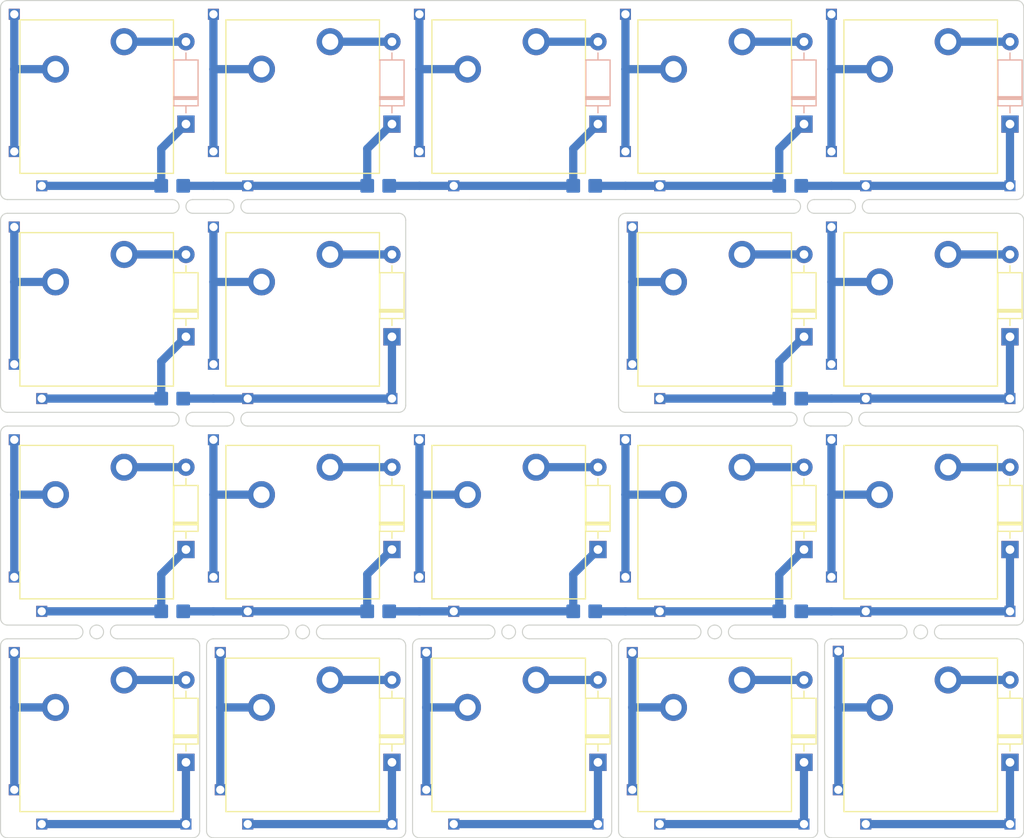
<source format=kicad_pcb>
(kicad_pcb (version 20221018) (generator pcbnew)
  (layers (0 "F.Cu" signal) (31 "B.Cu" signal) (34 "B.Paste" user) (35 "F.Paste" user) (36 "B.SilkS" user "B.Silkscreen") (37 "F.SilkS" user "F.Silkscreen") (38 "B.Mask" user) (39 "F.Mask" user) (44 "Edge.Cuts" user))
  (net 0 "")
  (net 1 "Net-(D1-K)")
  (net 2 "Net-(D1-A)")
  (net 3 "Net-(D2-K)")
  (net 4 "Net-(D2-A)")
  (net 5 "Net-(D3-K)")
  (net 6 "Net-(D3-A)")
  (net 7 "Net-(D4-K)")
  (net 8 "Net-(D4-A)")
  (net 9 "Net-(D5-K)")
  (net 10 "Net-(D5-A)")
  (net 11 "Net-(J1-Pin_1)")
  (net 12 "Net-(J4-Pin_1)")
  (net 13 "Net-(J7-Pin_1)")
  (net 14 "Net-(J10-Pin_1)")
  (net 15 "Net-(J13-Pin_1)")
  (net 16 "Net-(D6-K)")
  (net 17 "Net-(D6-A)")
  (net 18 "Net-(D7-K)")
  (net 19 "Net-(D7-A)")
  (net 20 "Net-(D8-K)")
  (net 21 "Net-(D8-A)")
  (net 22 "Net-(D9-K)")
  (net 23 "Net-(D9-A)")
  (net 24 "Net-(D11-K)")
  (net 25 "Net-(D11-A)")
  (net 26 "Net-(D12-K)")
  (net 27 "Net-(D12-A)")
  (net 28 "Net-(D13-K)")
  (net 29 "Net-(D13-A)")
  (net 30 "Net-(D14-K)")
  (net 31 "Net-(D14-A)")
  (net 32 "Net-(D15-K)")
  (net 33 "Net-(D15-A)")
  (net 34 "Net-(D16-K)")
  (net 35 "Net-(D16-A)")
  (net 36 "Net-(D17-K)")
  (net 37 "Net-(D17-A)")
  (net 38 "Net-(D18-K)")
  (net 39 "Net-(D18-A)")
  (net 40 "Net-(D19-K)")
  (net 41 "Net-(D19-A)")
  (net 42 "Net-(D20-K)")
  (net 43 "Net-(D20-A)")
  (net 44 "Net-(J17-Pin_1)")
  (net 45 "Net-(J20-Pin_1)")
  (net 46 "Net-(J24-Pin_1)")
  (net 47 "Net-(J27-Pin_1)")
  (net 48 "Net-(J35-Pin_1)")
  (net 49 "Net-(J38-Pin_1)")
  (net 50 "Net-(J41-Pin_1)")
  (net 51 "Net-(J44-Pin_1)")
  (net 52 "Net-(J47-Pin_1)")
  (net 53 "Net-(J51-Pin_1)")
  (net 54 "Net-(J55-Pin_1)")
  (net 55 "Net-(J59-Pin_1)")
  (net 56 "Net-(J63-Pin_1)")
  (net 57 "Net-(J67-Pin_1)")
  (footprint "mod5footprint-lib:conn1x1" (layer "F.Cu") (at 128.905 130.81)
    (fp_text reference "J58" hide)
    (fp_text value "Conn_01x01_Pin" hide)
  )
  (footprint "mx:SW_Cherry_MX_PCB" (layer "F.Cu") (at 177.8 83.185)
    (fp_text reference "SW9" hide)
    (fp_text value "SW_SPST" hide)
  )
  (footprint "mx:SW_Cherry_MX_PCB" (layer "F.Cu") (at 158.75 122.555)
    (fp_text reference "SW19" hide)
    (fp_text value "SW_SPST" hide)
  )
  (footprint "mod5footprint-lib:conn1x1" (layer "F.Cu") (at 147.955 130.81)
    (fp_text reference "J62" hide)
    (fp_text value "Conn_01x01_Pin" hide)
  )
  (footprint "Diode_THT:D_DO-35_SOD27_P7.62mm_Horizontal" (layer "F.Cu") (at 128.905 105.41 90)
    (fp_text reference "D12" hide)
    (fp_text value "1N4148" hide)
  )
  (footprint "mod5footprint-lib:conn1x1" (layer "F.Cu") (at 93.98 68.58)
    (fp_text reference "J2" hide)
    (fp_text value "Conn_01x01_Pin" hide)
  )
  (footprint "mod5footprint-lib:conn1x1" (layer "F.Cu") (at 131.445 68.58)
    (fp_text reference "J8" hide)
    (fp_text value "Conn_01x01_Pin" hide)
  )
  (footprint "mod5footprint-lib:conn1x1" (layer "F.Cu") (at 112.395 55.88)
    (fp_text reference "J4" hide)
    (fp_text value "Conn_01x01_Pin" hide)
  )
  (footprint "mod5footprint-lib:conn1x1" (layer "F.Cu") (at 169.545 88.265)
    (fp_text reference "J28" hide)
    (fp_text value "Conn_01x01_Pin" hide)
  )
  (footprint "Diode_THT:D_DO-35_SOD27_P7.62mm_Horizontal" (layer "F.Cu") (at 109.855 125.095 90)
    (fp_text reference "D16" hide)
    (fp_text value "1N4148" hide)
  )
  (footprint "mod5footprint-lib:conn1x1" (layer "F.Cu") (at 112.395 95.25)
    (fp_text reference "J38" hide)
    (fp_text value "Conn_01x01_Pin" hide)
  )
  (footprint "mod5footprint-lib:pad-footprint" (layer "F.Cu") (at 127.635 71.755)
    (fp_text reference "P2" hide)
    (fp_text value "~" hide)
  )
  (footprint "mod5footprint-lib:pad-footprint" (layer "F.Cu") (at 165.735 71.755)
    (fp_text reference "P4" hide)
    (fp_text value "~" hide)
  )
  (footprint "mod5footprint-lib:conn1x1" (layer "F.Cu") (at 169.545 55.88)
    (fp_text reference "J13" hide)
    (fp_text value "Conn_01x01_Pin" hide)
  )
  (footprint "Diode_THT:D_DO-35_SOD27_P7.62mm_Horizontal" (layer "F.Cu") (at 109.855 85.725 90)
    (fp_text reference "D6" hide)
    (fp_text value "1N4148" hide)
  )
  (footprint "mod5footprint-lib:pad-footprint" (layer "F.Cu") (at 165.735 111.125)
    (fp_text reference "P10" hide)
    (fp_text value "~" hide)
  )
  (footprint "Diode_THT:D_DO-35_SOD27_P7.62mm_Horizontal" (layer "F.Cu") (at 128.905 85.725 90)
    (fp_text reference "D7" hide)
    (fp_text value "1N4148" hide)
  )
  (footprint "mod5footprint-lib:conn1x1" (layer "F.Cu") (at 96.52 71.755)
    (fp_text reference "J3" hide)
    (fp_text value "Conn_01x01_Pin" hide)
  )
  (footprint "Diode_THT:D_DO-35_SOD27_P7.62mm_Horizontal" (layer "F.Cu") (at 109.855 105.41 90)
    (fp_text reference "D11" hide)
    (fp_text value "1N4148" hide)
  )
  (footprint "mod5footprint-lib:conn1x1" (layer "F.Cu") (at 109.855 130.81)
    (fp_text reference "J54" hide)
    (fp_text value "Conn_01x01_Pin" hide)
  )
  (footprint "mx:SW_Cherry_MX_PCB" (layer "F.Cu") (at 139.7 102.87)
    (fp_text reference "SW13" hide)
    (fp_text value "SW_SPST" hide)
  )
  (footprint "mod5footprint-lib:pad-footprint" (layer "F.Cu") (at 108.585 71.755)
    (fp_text reference "P1" hide)
    (fp_text value "~" hide)
  )
  (footprint "Diode_THT:D_DO-35_SOD27_P7.62mm_Horizontal" (layer "F.Cu") (at 186.055 125.095 90)
    (fp_text reference "D20" hide)
    (fp_text value "1N4148" hide)
  )
  (footprint "mod5footprint-lib:conn1x1" (layer "F.Cu") (at 151.13 88.265)
    (fp_text reference "J25" hide)
    (fp_text value "Conn_01x01_Pin" hide)
  )
  (footprint "mod5footprint-lib:conn1x1" (layer "F.Cu") (at 151.13 114.935)
    (fp_text reference "J63" hide)
    (fp_text value "Conn_01x01_Pin" hide)
  )
  (footprint "mod5footprint-lib:pad-footprint" (layer "F.Cu") (at 127.635 111.125)
    (fp_text reference "P8" hide)
    (fp_text value "~" hide)
  )
  (footprint "mod5footprint-lib:pad-footprint" (layer "F.Cu") (at 146.685 71.755)
    (fp_text reference "P3" hide)
    (fp_text value "~" hide)
  )
  (footprint "mod5footprint-lib:pad-footprint" (layer "F.Cu") (at 108.585 111.125)
    (fp_text reference "P7" hide)
    (fp_text value "~" hide)
  )
  (footprint "mod5footprint-lib:conn1x1" (layer "F.Cu") (at 172.72 130.81)
    (fp_text reference "J69" hide)
    (fp_text value "Conn_01x01_Pin" hide)
  )
  (footprint "mod5footprint-lib:conn1x1" (layer "F.Cu") (at 153.67 111.125)
    (fp_text reference "J46" hide)
    (fp_text value "Conn_01x01_Pin" hide)
  )
  (footprint "mod5footprint-lib:conn1x1" (layer "F.Cu") (at 96.52 91.44)
    (fp_text reference "J19" hide)
    (fp_text value "Conn_01x01_Pin" hide)
  )
  (footprint "Diode_THT:D_DO-35_SOD27_P7.62mm_Horizontal" (layer "F.Cu") (at 128.905 125.095 90)
    (fp_text reference "D17" hide)
    (fp_text value "1N4148" hide)
  )
  (footprint "mod5footprint-lib:conn1x1" (layer "F.Cu") (at 132.08 114.935)
    (fp_text reference "J59" hide)
    (fp_text value "Conn_01x01_Pin" hide)
  )
  (footprint "mx:SW_Cherry_MX_PCB" (layer "F.Cu") (at 120.65 102.87)
    (fp_text reference "SW12" hide)
    (fp_text value "SW_SPST" hide)
  )
  (footprint "mod5footprint-lib:conn1x1" (layer "F.Cu") (at 115.57 91.44)
    (fp_text reference "J23" hide)
    (fp_text value "Conn_01x01_Pin" hide)
  )
  (footprint "Diode_THT:D_DO-35_SOD27_P7.62mm_Horizontal" (layer "F.Cu") (at 186.055 85.725 90)
    (fp_text reference "D9" hide)
    (fp_text value "1N4148" hide)
  )
  (footprint "mod5footprint-lib:conn1x1" (layer "F.Cu") (at 93.98 75.565)
    (fp_text reference "J17" hide)
    (fp_text value "Conn_01x01_Pin" hide)
  )
  (footprint "mod5footprint-lib:conn1x1" (layer "F.Cu") (at 131.445 107.95)
    (fp_text reference "J42" hide)
    (fp_text value "Conn_01x01_Pin" hide)
  )
  (footprint "mod5footprint-lib:conn1x1" (layer "F.Cu") (at 169.545 107.95)
    (fp_text reference "J48" hide)
    (fp_text value "Conn_01x01_Pin" hide)
  )
  (footprint "Diode_THT:D_DO-35_SOD27_P7.62mm_Horizontal" (layer "F.Cu") (at 167.005 125.095 90)
    (fp_text reference "D19" hide)
    (fp_text value "1N4148" hide)
  )
  (footprint "mod5footprint-lib:conn1x1" (layer "F.Cu") (at 170.18 114.824)
    (fp_text reference "J67" hide)
    (fp_text value "Conn_01x01_Pin" hide)
  )
  (footprint "mod5footprint-lib:conn1x1" (layer "F.Cu") (at 150.495 95.25)
    (fp_text reference "J44" hide)
    (fp_text value "Conn_01x01_Pin" hide)
  )
  (footprint "mx:SW_Cherry_MX_PCB" (layer "F.Cu") (at 139.7 63.5)
    (fp_text reference "SW3" hide)
    (fp_text value "SW_SPST" hide)
  )
  (footprint "mod5footprint-lib:conn1x1" (layer "F.Cu") (at 93.98 114.935)
    (fp_text reference "J51" hide)
    (fp_text value "Conn_01x01_Pin" hide)
  )
  (footprint "Diode_THT:D_DO-35_SOD27_P7.62mm_Horizontal" (layer "F.Cu") (at 167.005 85.725 90)
    (fp_text reference "D8" hide)
    (fp_text value "1N4148" hide)
  )
  (footprint "mod5footprint-lib:conn1x1" (layer "F.Cu") (at 131.445 55.88)
    (fp_text reference "J7" hide)
    (fp_text value "Conn_01x01_Pin" hide)
  )
  (footprint "Diode_THT:D_DO-35_SOD27_P7.62mm_Horizontal" (layer "F.Cu") (at 147.955 125.095 90)
    (fp_text reference "D18" hide)
    (fp_text value "1N4148" hide)
  )
  (footprint "mx:SW_Cherry_MX_PCB" (layer "F.Cu") (at 120.65 83.185)
    (fp_text reference "SW7" hide)
    (fp_text value "SW_SPST" hide)
  )
  (footprint "mod5footprint-lib:conn1x1" (layer "F.Cu") (at 153.67 91.44)
    (fp_text reference "J26" hide)
    (fp_text value "Conn_01x01_Pin" hide)
  )
  (footprint "mod5footprint-lib:conn1x1" (layer "F.Cu") (at 167.005 130.81)
    (fp_text reference "J66" hide)
    (fp_text value "Conn_01x01_Pin" hide)
  )
  (footprint "mx:SW_Cherry_MX_PCB" (layer "F.Cu") (at 158.75 63.5)
    (fp_text reference "SW4" hide)
    (fp_text value "SW_SPST" hide)
  )
  (footprint "mod5footprint-lib:conn1x1" (layer "F.Cu") (at 93.98 95.25)
    (fp_text reference "J36" hide)
    (fp_text value "Conn_01x01_Pin" hide)
  )
  (footprint "mod5footprint-lib:conn1x1" (layer "F.Cu") (at 115.57 130.81)
    (fp_text reference "J57" hide)
    (fp_text value "Conn_01x01_Pin" hide)
  )
  (footprint "mod5footprint-lib:conn1x1" (layer "F.Cu") (at 150.495 55.88)
    (fp_text reference "J10" hide)
    (fp_text value "Conn_01x01_Pin" hide)
  )
  (footprint "mod5footprint-lib:conn1x1" (layer "F.Cu") (at 151.13 75.565)
    (fp_text reference "J24" hide)
    (fp_text value "Conn_01x01_Pin" hide)
  )
  (footprint "mod5footprint-lib:conn1x1" (layer "F.Cu") (at 153.67 130.81)
    (fp_text reference "J65" hide)
    (fp_text value "Conn_01x01_Pin" hide)
  )
  (footprint "mod5footprint-lib:conn1x1" (layer "F.Cu") (at 169.545 75.565)
    (fp_text reference "J27" hide)
    (fp_text value "Conn_01x01_Pin" hide)
  )
  (footprint "mod5footprint-lib:conn1x1" (layer "F.Cu") (at 170.18 127.635)
    (fp_text reference "J68" hide)
    (fp_text value "Conn_01x01_Pin" hide)
  )
  (footprint "mod5footprint-lib:conn1x1" (layer "F.Cu") (at 112.395 88.265)
    (fp_text reference "J20" hide)
    (fp_text value "Conn_01x01_Pin" hide)
  )
  (footprint "mod5footprint-lib:conn1x1" (layer "F.Cu") (at 96.52 111.125)
    (fp_text reference "J37" hide)
    (fp_text value "Conn_01x01_Pin" hide)
  )
  (footprint "mod5footprint-lib:conn1x1" (layer "F.Cu") (at 96.52 130.81)
    (fp_text reference "J53" hide)
    (fp_text value "Conn_01x01_Pin" hide)
  )
  (footprint "mx:SW_Cherry_MX_PCB" (layer "F.Cu") (at 101.6 122.555)
    (fp_text reference "SW16" hide)
    (fp_text value "SW_SPST" hide)
  )
  (footprint "mod5footprint-lib:conn1x1" (layer "F.Cu") (at 172.72 71.755)
    (fp_text reference "J15" hide)
    (fp_text value "Conn_01x01_Pin" hide)
  )
  (footprint "mod5footprint-lib:conn1x1" (layer "F.Cu") (at 93.98 107.95)
    (fp_text reference "J35" hide)
    (fp_text value "Conn_01x01_Pin" hide)
  )
  (footprint "Diode_THT:D_DO-35_SOD27_P7.62mm_Horizontal" (layer "F.Cu") (at 167.005 105.41 90)
    (fp_text reference "D14" hide)
    (fp_text value "1N4148" hide)
  )
  (footprint "mod5footprint-lib:conn1x1" (layer "F.Cu") (at 93.98 88.265)
    (fp_text reference "J18" hide)
    (fp_text value "Conn_01x01_Pin" hide)
  )
  (footprint "mod5footprint-lib:conn1x1" (layer "F.Cu") (at 132.08 127.635)
    (fp_text reference "J60" hide)
    (fp_text value "Conn_01x01_Pin" hide)
  )
  (footprint "mod5footprint-lib:conn1x1" (layer "F.Cu") (at 169.545 68.58)
    (fp_text reference "J14" hide)
    (fp_text value "Conn_01x01_Pin" hide)
  )
  (footprint "mod5footprint-lib:conn1x1" (layer "F.Cu") (at 113.03 114.935)
    (fp_text reference "J55" hide)
    (fp_text value "Conn_01x01_Pin" hide)
  )
  (footprint "mod5footprint-lib:pad-footprint" (layer "F.Cu") (at 108.585 91.44)
    (fp_text reference "P5" hide)
    (fp_text value "~" hide)
  )
  (footprint "mod5footprint-lib:conn1x1" (layer "F.Cu") (at 172.72 111.125)
    (fp_text reference "J49" hide)
    (fp_text value "Conn_01x01_Pin" hide)
  )
  (footprint "mod5footprint-lib:conn1x1" (layer "F.Cu") (at 186.055 111.125)
    (fp_text reference "J50" hide)
    (fp_text value "Conn_01x01_Pin" hide)
  )
  (footprint "mod5footprint-lib:conn1x1" (layer "F.Cu") (at 150.495 107.95)
    (fp_text reference "J45" hide)
    (fp_text value "Conn_01x01_Pin" hide)
  )
  (footprint "mod5footprint-lib:conn1x1" (layer "F.Cu") (at 131.445 95.25)
    (fp_text reference "J41" hide)
    (fp_text value "Conn_01x01_Pin" hide)
  )
  (footprint "Diode_THT:D_DO-35_SOD27_P7.62mm_Horizontal" (layer "F.Cu") (at 186.055 105.41 90)
    (fp_text reference "D15" hide)
    (fp_text value "1N4148" hide)
  )
  (footprint "mod5footprint-lib:conn1x1" (layer "F.Cu") (at 150.495 68.58)
    (fp_text reference "J11" hide)
    (fp_text value "Conn_01x01_Pin" hide)
  )
  (footprint "mx:SW_Cherry_MX_PCB" (layer "F.Cu") (at 158.75 83.185)
    (fp_text reference "SW8" hide)
    (fp_text value "SW_SPST" hide)
  )
  (footprint "Diode_THT:D_DO-35_SOD27_P7.62mm_Horizontal" (layer "F.Cu") (at 147.955 105.41 90)
    (fp_text reference "D13" hide)
    (fp_text value "1N4148" hide)
  )
  (footprint "mod5footprint-lib:conn1x1" (layer "F.Cu") (at 151.13 127.635)
    (fp_text reference "J64" hide)
    (fp_text value "Conn_01x01_Pin" hide)
  )
  (footprint "mx:SW_Cherry_MX_PCB" (layer "F.Cu") (at 177.8 102.87)
    (fp_text reference "SW15" hide)
    (fp_text value "SW_SPST" hide)
  )
  (footprint "mod5footprint-lib:conn1x1" (layer "F.Cu") (at 169.545 95.25)
    (fp_text reference "J47" hide)
    (fp_text value "Conn_01x01_Pin" hide)
  )
  (footprint "mod5footprint-lib:conn1x1" (layer "F.Cu") (at 186.055 71.755)
    (fp_text reference "J16" hide)
    (fp_text value "Conn_01x01_Pin" hide)
  )
  (footprint "mod5footprint-lib:conn1x1" (layer "F.Cu") (at 112.395 75.565)
    (fp_text reference "J21" hide)
    (fp_text value "Conn_01x01_Pin" hide)
  )
  (footprint "mx:SW_Cherry_MX_PCB" (layer "F.Cu") (at 101.6 83.185)
    (fp_text reference "SW6" hide)
    (fp_text value "SW_SPST" hide)
  )
  (footprint "mx:SW_Cherry_MX_PCB" (layer "F.Cu") (at 120.65 122.555)
    (fp_text reference "SW17" hide)
    (fp_text value "SW_SPST" hide)
  )
  (footprint "mod5footprint-lib:conn1x1" (layer "F.Cu") (at 115.57 71.755)
    (fp_text reference "J6" hide)
    (fp_text value "Conn_01x01_Pin" hide)
  )
  (footprint "mx:SW_Cherry_MX_PCB" (layer "F.Cu") (at 177.8 122.555)
    (fp_text reference "SW20" hide)
    (fp_text value "SW_SPST" hide)
  )
  (footprint "mx:SW_Cherry_MX_PCB" (layer "F.Cu") (at 177.8 63.5)
    (fp_text reference "SW5" hide)
    (fp_text value "SW_SPST" hide)
  )
  (footprint "mx:SW_Cherry_MX_PCB" (layer "F.Cu") (at 139.7 122.555)
    (fp_text reference "SW18" hide)
    (fp_text value "SW_SPST" hide)
  )
  (footprint "mx:SW_Cherry_MX_PCB" (layer "F.Cu") (at 101.6 102.87)
    (fp_text reference "SW11" hide)
    (fp_text value "SW_SPST" hide)
  )
  (footprint "mod5footprint-lib:conn1x1" (layer "F.Cu") (at 113.03 127.635)
    (fp_text reference "J56" hide)
    (fp_text value "Conn_01x01_Pin" hide)
  )
  (footprint "mod5footprint-lib:conn1x1" (layer "F.Cu") (at 186.055 91.44)
    (fp_text reference "J30" hide)
    (fp_text value "Conn_01x01_Pin" hide)
  )
  (footprint "mod5footprint-lib:conn1x1" (layer "F.Cu") (at 134.62 71.755)
    (fp_text reference "J9" hide)
    (fp_text value "Conn_01x01_Pin" hide)
  )
  (footprint "mod5footprint-lib:conn1x1" (layer "F.Cu") (at 134.62 130.81)
    (fp_text reference "J61" hide)
    (fp_text value "Conn_01x01_Pin" hide)
  )
  (footprint "mx:SW_Cherry_MX_PCB" (layer "F.Cu") (at 158.75 102.87)
    (fp_text reference "SW14" hide)
    (fp_text value "SW_SPST" hide)
  )
  (footprint "mx:SW_Cherry_MX_PCB" (layer "F.Cu") (at 101.6 63.5)
    (fp_text reference "SW1" hide)
    (fp_text value "SW_SPST" hide)
  )
  (footprint "mod5footprint-lib:conn1x1" (layer "F.Cu") (at 172.72 91.44)
    (fp_text reference "J29" hide)
    (fp_text value "Conn_01x01_Pin" hide)
  )
  (footprint "mod5footprint-lib:conn1x1" (layer "F.Cu") (at 115.57 111.125)
    (fp_text reference "J40" hide)
    (fp_text value "Conn_01x01_Pin" hide)
  )
  (footprint "mod5footprint-lib:conn1x1" (layer "F.Cu") (at 186.055 130.81)
    (fp_text reference "J70" hide)
    (fp_text value "Conn_01x01_Pin" hide)
  )
  (footprint "mod5footprint-lib:pad-footprint" (layer "F.Cu") (at 165.735 91.44)
    (fp_text reference "P6" hide)
    (fp_text value "~" hide)
  )
  (footprint "mod5footprint-lib:conn1x1" (layer "F.Cu") (at 128.905 91.44)
    (fp_text reference "J22" hide)
    (fp_text value "Conn_01x01_Pin" hide)
  )
  (footprint "mod5footprint-lib:conn1x1" (layer "F.Cu") (at 93.98 55.88)
    (fp_text reference "J1" hide)
    (fp_text value "Conn_01x01_Pin" hide)
  )
  (footprint "mod5footprint-lib:conn1x1" (layer "F.Cu") (at 134.62 111.125)
    (fp_text reference "J43" hide)
    (fp_text value "Conn_01x01_Pin" hide)
  )
  (footprint "mod5footprint-lib:conn1x1" (layer "F.Cu") (at 112.395 68.58)
    (fp_text reference "J5" hide)
    (fp_text value "Conn_01x01_Pin" hide)
  )
  (footprint "mod5footprint-lib:conn1x1" (layer "F.Cu") (at 112.395 107.95)
    (fp_text reference "J39" hide)
    (fp_text value "Conn_01x01_Pin" hide)
  )
  (footprint "mod5footprint-lib:pad-footprint" (layer "F.Cu") (at 146.685 111.125)
    (fp_text reference "P9" hide)
    (fp_text value "~" hide)
  )
  (footprint "mod5footprint-lib:conn1x1" (layer "F.Cu") (at 153.67 71.755)
    (fp_text reference "J12" hide)
    (fp_text value "Conn_01x01_Pin" hide)
  )
  (footprint "mx:SW_Cherry_MX_PCB" (layer "F.Cu") (at 120.65 63.5)
    (fp_text reference "SW2" hide)
    (fp_text value "SW_SPST" hide)
  )
  (footprint "mod5footprint-lib:conn1x1" (layer "F.Cu") (at 93.98 127.635)
    (fp_text reference "J52" hide)
    (fp_text value "Conn_01x01_Pin" hide)
  )
  (footprint "Diode_THT:D_DO-35_SOD27_P7.62mm_Horizontal" (layer "B.Cu") (at 167.005 66.04 90)
    (fp_text reference "D4" hide)
    (fp_text value "1N4148" hide)
  )
  (footprint "Diode_THT:D_DO-35_SOD27_P7.62mm_Horizontal" (layer "B.Cu") (at 147.955 66.04 90)
    (fp_text reference "D3" hide)
    (fp_text value "1N4148" hide)
  )
  (footprint "Diode_THT:D_DO-35_SOD27_P7.62mm_Horizontal" (layer "B.Cu") (at 186.055 66.04 90)
    (fp_text reference "D5" hide)
    (fp_text value "1N4148" hide)
  )
  (footprint "Diode_THT:D_DO-35_SOD27_P7.62mm_Horizontal" (layer "B.Cu") (at 109.855 66.04 90)
    (fp_text reference "D1" hide)
    (fp_text value "1N4148" hide)
  )
  (footprint "Diode_THT:D_DO-35_SOD27_P7.62mm_Horizontal" (layer "B.Cu") (at 128.905 66.04 90)
    (fp_text reference "D2" hide)
    (fp_text value "1N4148" hide)
  )
  (gr_arc (start 113.665 92.71) (mid 114.3 93.345) (end 113.665 93.98) (stroke (width 0.1)) (layer "Edge.Cuts"))
  (gr_arc (start 129.54 113.665) (mid 129.989013 113.850987) (end 130.175 114.3) (stroke (width 0.1)) (layer "Edge.Cuts"))
  (gr_line (start 122.555 112.395) (end 137.795 112.395) (stroke (width 0.1)) (layer "Edge.Cuts"))
  (gr_arc (start 99.695 112.395) (mid 100.33 113.03) (end 99.695 113.665) (stroke (width 0.1)) (layer "Edge.Cuts"))
  (gr_line (start 110.49 73.025) (end 113.665 73.025) (stroke (width 0.1)) (layer "Edge.Cuts"))
  (gr_line (start 131.445 132.08) (end 148.59 132.08) (stroke (width 0.1)) (layer "Edge.Cuts"))
  (gr_arc (start 130.175 131.445) (mid 129.989013 131.894013) (end 129.54 132.08) (stroke (width 0.1)) (layer "Edge.Cuts"))
  (gr_line (start 103.505 113.665) (end 110.49 113.665) (stroke (width 0.1)) (layer "Edge.Cuts"))
  (gr_line (start 179.705 112.395) (end 186.69 112.395) (stroke (width 0.1)) (layer "Edge.Cuts"))
  (gr_line (start 93.345 132.08) (end 110.49 132.08) (stroke (width 0.1)) (layer "Edge.Cuts"))
  (gr_line (start 160.655 113.665) (end 167.64 113.665) (stroke (width 0.1)) (layer "Edge.Cuts"))
  (gr_arc (start 113.665 73.025) (mid 114.3 73.66) (end 113.665 74.295) (stroke (width 0.1)) (layer "Edge.Cuts"))
  (gr_arc (start 120.65 112.395) (mid 121.285 113.03) (end 120.65 113.665) (stroke (width 0.1)) (layer "Edge.Cuts"))
  (gr_arc (start 170.815 92.71) (mid 171.45 93.345) (end 170.815 93.98) (stroke (width 0.1)) (layer "Edge.Cuts"))
  (gr_line (start 169.545 113.665) (end 175.895 113.665) (stroke (width 0.1)) (layer "Edge.Cuts"))
  (gr_line (start 103.505 112.395) (end 118.745 112.395) (stroke (width 0.1)) (layer "Edge.Cuts"))
  (gr_line (start 131.445 113.665) (end 137.795 113.665) (stroke (width 0.1)) (layer "Edge.Cuts"))
  (gr_arc (start 186.69 113.665) (mid 187.139013 113.850987) (end 187.325 114.3) (stroke (width 0.1)) (layer "Edge.Cuts"))
  (gr_arc (start 169.545 132.08) (mid 169.095987 131.894013) (end 168.91 131.445) (stroke (width 0.1)) (layer "Edge.Cuts"))
  (gr_arc (start 130.175 92.075) (mid 129.989013 92.524013) (end 129.54 92.71) (stroke (width 0.1)) (layer "Edge.Cuts"))
  (gr_arc (start 111.76 114.3) (mid 111.945987 113.850987) (end 112.395 113.665) (stroke (width 0.1)) (layer "Edge.Cuts"))
  (gr_arc (start 150.495 92.71) (mid 150.045987 92.524013) (end 149.86 92.075) (stroke (width 0.1)) (layer "Edge.Cuts"))
  (gr_arc (start 120.65 113.665) (mid 120.015 113.03) (end 120.65 112.395) (stroke (width 0.1)) (layer "Edge.Cuts"))
  (gr_arc (start 129.54 74.295) (mid 129.989013 74.480987) (end 130.175 74.93) (stroke (width 0.1)) (layer "Edge.Cuts"))
  (gr_arc (start 92.71 94.615) (mid 92.895987 94.165987) (end 93.345 93.98) (stroke (width 0.1)) (layer "Edge.Cuts"))
  (gr_line (start 112.395 113.665) (end 118.745 113.665) (stroke (width 0.1)) (layer "Edge.Cuts"))
  (gr_arc (start 168.275 131.445) (mid 168.089013 131.894013) (end 167.64 132.08) (stroke (width 0.1)) (layer "Edge.Cuts"))
  (gr_arc (start 187.325 72.39) (mid 187.139013 72.839013) (end 186.69 73.025) (stroke (width 0.1)) (layer "Edge.Cuts"))
  (gr_line (start 173.0375 74.295) (end 186.69 74.295) (stroke (width 0.1)) (layer "Edge.Cuts"))
  (gr_arc (start 101.6 113.665) (mid 100.965 113.03) (end 101.6 112.395) (stroke (width 0.1)) (layer "Edge.Cuts"))
  (gr_arc (start 177.8 112.395) (mid 178.435 113.03) (end 177.8 113.665) (stroke (width 0.1)) (layer "Edge.Cuts"))
  (gr_arc (start 93.345 73.025) (mid 92.895987 72.839013) (end 92.71 72.39) (stroke (width 0.1)) (layer "Edge.Cuts"))
  (gr_arc (start 108.585 92.71) (mid 109.22 93.345) (end 108.585 93.98) (stroke (width 0.1)) (layer "Edge.Cuts"))
  (gr_arc (start 139.7 113.665) (mid 139.065 113.03) (end 139.7 112.395) (stroke (width 0.1)) (layer "Edge.Cuts"))
  (gr_arc (start 137.795 112.395) (mid 138.43 113.03) (end 137.795 113.665) (stroke (width 0.1)) (layer "Edge.Cuts"))
  (gr_line (start 166.0525 74.295) (end 150.495 74.295) (stroke (width 0.1)) (layer "Edge.Cuts"))
  (gr_line (start 115.57 92.71) (end 129.54 92.71) (stroke (width 0.1)) (layer "Edge.Cuts"))
  (gr_arc (start 167.64 93.98) (mid 167.005 93.345) (end 167.64 92.71) (stroke (width 0.1)) (layer "Edge.Cuts"))
  (gr_line (start 110.49 74.295) (end 113.665 74.295) (stroke (width 0.1)) (layer "Edge.Cuts"))
  (gr_line (start 92.71 114.3) (end 92.71 131.445) (stroke (width 0.1)) (layer "Edge.Cuts"))
  (gr_arc (start 187.325 111.76) (mid 187.139013 112.209013) (end 186.69 112.395) (stroke (width 0.1)) (layer "Edge.Cuts"))
  (gr_line (start 110.49 92.71) (end 113.665 92.71) (stroke (width 0.1)) (layer "Edge.Cuts"))
  (gr_line (start 111.125 114.3) (end 111.125 131.445) (stroke (width 0.1)) (layer "Edge.Cuts"))
  (gr_arc (start 131.445 132.08) (mid 130.995987 131.894013) (end 130.81 131.445) (stroke (width 0.1)) (layer "Edge.Cuts"))
  (gr_arc (start 168.91 114.3) (mid 169.095987 113.850987) (end 169.545 113.665) (stroke (width 0.1)) (layer "Edge.Cuts"))
  (gr_arc (start 172.72 93.98) (mid 172.085 93.345) (end 172.72 92.71) (stroke (width 0.1)) (layer "Edge.Cuts"))
  (gr_line (start 92.71 74.93) (end 92.71 92.075) (stroke (width 0.1)) (layer "Edge.Cuts"))
  (gr_line (start 160.655 112.395) (end 175.895 112.395) (stroke (width 0.1)) (layer "Edge.Cuts"))
  (gr_line (start 93.345 54.61) (end 186.69 54.61) (stroke (width 0.1)) (layer "Edge.Cuts"))
  (gr_arc (start 110.49 113.665) (mid 110.939013 113.850987) (end 111.125 114.3) (stroke (width 0.1)) (layer "Edge.Cuts"))
  (gr_line (start 170.815 93.98) (end 167.64 93.98) (stroke (width 0.1)) (layer "Edge.Cuts"))
  (gr_arc (start 93.345 132.08) (mid 92.895987 131.894013) (end 92.71 131.445) (stroke (width 0.1)) (layer "Edge.Cuts"))
  (gr_line (start 92.71 55.245) (end 92.71 72.39) (stroke (width 0.1)) (layer "Edge.Cuts"))
  (gr_line (start 187.325 55.245) (end 187.325 72.39) (stroke (width 0.1)) (layer "Edge.Cuts"))
  (gr_line (start 115.57 93.98) (end 165.735 93.98) (stroke (width 0.1)) (layer "Edge.Cuts"))
  (gr_arc (start 156.845 112.395) (mid 157.48 113.03) (end 156.845 113.665) (stroke (width 0.1)) (layer "Edge.Cuts"))
  (gr_arc (start 158.75 113.665) (mid 158.115 113.03) (end 158.75 112.395) (stroke (width 0.1)) (layer "Edge.Cuts"))
  (gr_arc (start 148.59 113.665) (mid 149.039013 113.850987) (end 149.225 114.3) (stroke (width 0.1)) (layer "Edge.Cuts"))
  (gr_line (start 167.64 92.71) (end 170.815 92.71) (stroke (width 0.1)) (layer "Edge.Cuts"))
  (gr_line (start 93.345 112.395) (end 99.695 112.395) (stroke (width 0.1)) (layer "Edge.Cuts"))
  (gr_arc (start 122.555 113.665) (mid 121.92 113.03) (end 122.555 112.395) (stroke (width 0.1)) (layer "Edge.Cuts"))
  (gr_arc (start 186.69 54.61) (mid 187.139013 54.795987) (end 187.325 55.245) (stroke (width 0.1)) (layer "Edge.Cuts"))
  (gr_line (start 172.72 93.98) (end 186.69 93.98) (stroke (width 0.1)) (layer "Edge.Cuts"))
  (gr_arc (start 177.8 113.665) (mid 177.165 113.03) (end 177.8 112.395) (stroke (width 0.1)) (layer "Edge.Cuts"))
  (gr_arc (start 111.125 131.445) (mid 110.939013 131.894013) (end 110.49 132.08) (stroke (width 0.1)) (layer "Edge.Cuts"))
  (gr_arc (start 186.69 74.295) (mid 187.139013 74.480987) (end 187.325 74.93) (stroke (width 0.1)) (layer "Edge.Cuts"))
  (gr_line (start 168.91 114.3) (end 168.91 131.445) (stroke (width 0.1)) (layer "Edge.Cuts"))
  (gr_line (start 130.81 114.3) (end 130.81 131.445) (stroke (width 0.1)) (layer "Edge.Cuts"))
  (gr_arc (start 166.0525 73.025) (mid 166.6875 73.66) (end 166.0525 74.295) (stroke (width 0.1)) (layer "Edge.Cuts"))
  (gr_arc (start 149.86 114.3) (mid 150.045987 113.850987) (end 150.495 113.665) (stroke (width 0.1)) (layer "Edge.Cuts"))
  (gr_line (start 150.495 113.665) (end 156.845 113.665) (stroke (width 0.1)) (layer "Edge.Cuts"))
  (gr_line (start 187.325 114.3) (end 187.325 131.445) (stroke (width 0.1)) (layer "Edge.Cuts"))
  (gr_line (start 115.57 73.025) (end 141.605 73.025) (stroke (width 0.1)) (layer "Edge.Cuts"))
  (gr_arc (start 108.585 73.025) (mid 109.22 73.66) (end 108.585 74.295) (stroke (width 0.1)) (layer "Edge.Cuts"))
  (gr_line (start 122.555 113.665) (end 129.54 113.665) (stroke (width 0.1)) (layer "Edge.Cuts"))
  (gr_line (start 173.0375 73.025) (end 186.69 73.025) (stroke (width 0.1)) (layer "Edge.Cuts"))
  (gr_line (start 130.175 92.075) (end 130.175 74.93) (stroke (width 0.1)) (layer "Edge.Cuts"))
  (gr_arc (start 165.735 92.71) (mid 166.37 93.345) (end 165.735 93.98) (stroke (width 0.1)) (layer "Edge.Cuts"))
  (gr_arc (start 110.49 93.98) (mid 109.855 93.345) (end 110.49 92.71) (stroke (width 0.1)) (layer "Edge.Cuts"))
  (gr_arc (start 93.345 112.395) (mid 92.895987 112.209013) (end 92.71 111.76) (stroke (width 0.1)) (layer "Edge.Cuts"))
  (gr_line (start 110.49 93.98) (end 113.665 93.98) (stroke (width 0.1)) (layer "Edge.Cuts"))
  (gr_arc (start 175.895 112.395) (mid 176.53 113.03) (end 175.895 113.665) (stroke (width 0.1)) (layer "Edge.Cuts"))
  (gr_arc (start 167.9575 74.295) (mid 167.3225 73.66) (end 167.9575 73.025) (stroke (width 0.1)) (layer "Edge.Cuts"))
  (gr_line (start 187.325 94.615) (end 187.325 111.76) (stroke (width 0.1)) (layer "Edge.Cuts"))
  (gr_line (start 141.605 112.395) (end 156.845 112.395) (stroke (width 0.1)) (layer "Edge.Cuts"))
  (gr_arc (start 149.225 131.445) (mid 149.039013 131.894013) (end 148.59 132.08) (stroke (width 0.1)) (layer "Edge.Cuts"))
  (gr_arc (start 149.86 74.93) (mid 150.045987 74.480987) (end 150.495 74.295) (stroke (width 0.1)) (layer "Edge.Cuts"))
  (gr_arc (start 171.1325 73.025) (mid 171.7675 73.66) (end 171.1325 74.295) (stroke (width 0.1)) (layer "Edge.Cuts"))
  (gr_line (start 166.0525 73.025) (end 141.605 73.025) (stroke (width 0.1)) (layer "Edge.Cuts"))
  (gr_arc (start 141.605 113.665) (mid 140.97 113.03) (end 141.605 112.395) (stroke (width 0.1)) (layer "Edge.Cuts"))
  (gr_line (start 149.86 92.075) (end 149.86 74.93) (stroke (width 0.1)) (layer "Edge.Cuts"))
  (gr_arc (start 139.7 112.395) (mid 140.335 113.03) (end 139.7 113.665) (stroke (width 0.1)) (layer "Edge.Cuts"))
  (gr_line (start 167.9575 73.025) (end 171.1325 73.025) (stroke (width 0.1)) (layer "Edge.Cuts"))
  (gr_arc (start 167.64 113.665) (mid 168.089013 113.850987) (end 168.275 114.3) (stroke (width 0.1)) (layer "Edge.Cuts"))
  (gr_line (start 167.9575 74.295) (end 171.1325 74.295) (stroke (width 0.1)) (layer "Edge.Cuts"))
  (gr_arc (start 92.71 55.245) (mid 92.895987 54.795987) (end 93.345 54.61) (stroke (width 0.1)) (layer "Edge.Cuts"))
  (gr_arc (start 115.57 93.98) (mid 114.935 93.345) (end 115.57 92.71) (stroke (width 0.1)) (layer "Edge.Cuts"))
  (gr_line (start 93.345 113.665) (end 99.695 113.665) (stroke (width 0.1)) (layer "Edge.Cuts"))
  (gr_arc (start 130.81 114.3) (mid 130.995987 113.850987) (end 131.445 113.665) (stroke (width 0.1)) (layer "Edge.Cuts"))
  (gr_line (start 168.275 114.3) (end 168.275 131.445) (stroke (width 0.1)) (layer "Edge.Cuts"))
  (gr_arc (start 112.395 132.08) (mid 111.945987 131.894013) (end 111.76 131.445) (stroke (width 0.1)) (layer "Edge.Cuts"))
  (gr_arc (start 103.505 113.665) (mid 102.87 113.03) (end 103.505 112.395) (stroke (width 0.1)) (layer "Edge.Cuts"))
  (gr_arc (start 92.71 74.93) (mid 92.895987 74.480987) (end 93.345 74.295) (stroke (width 0.1)) (layer "Edge.Cuts"))
  (gr_line (start 187.325 92.075) (end 187.325 74.93) (stroke (width 0.1)) (layer "Edge.Cuts"))
  (gr_arc (start 160.655 113.665) (mid 160.02 113.03) (end 160.655 112.395) (stroke (width 0.1)) (layer "Edge.Cuts"))
  (gr_line (start 111.76 114.3) (end 111.76 131.445) (stroke (width 0.1)) (layer "Edge.Cuts"))
  (gr_line (start 93.345 73.025) (end 108.585 73.025) (stroke (width 0.1)) (layer "Edge.Cuts"))
  (gr_line (start 141.605 113.665) (end 148.59 113.665) (stroke (width 0.1)) (layer "Edge.Cuts"))
  (gr_arc (start 158.75 112.395) (mid 159.385 113.03) (end 158.75 113.665) (stroke (width 0.1)) (layer "Edge.Cuts"))
  (gr_line (start 149.225 114.3) (end 149.225 131.445) (stroke (width 0.1)) (layer "Edge.Cuts"))
  (gr_arc (start 93.345 92.71) (mid 92.895987 92.524013) (end 92.71 92.075) (stroke (width 0.1)) (layer "Edge.Cuts"))
  (gr_line (start 108.585 74.295) (end 93.345 74.295) (stroke (width 0.1)) (layer "Edge.Cuts"))
  (gr_line (start 115.57 74.295) (end 129.54 74.295) (stroke (width 0.1)) (layer "Edge.Cuts"))
  (gr_arc (start 179.705 113.665) (mid 179.07 113.03) (end 179.705 112.395) (stroke (width 0.1)) (layer "Edge.Cuts"))
  (gr_arc (start 186.69 93.98) (mid 187.139013 94.165987) (end 187.325 94.615) (stroke (width 0.1)) (layer "Edge.Cuts"))
  (gr_line (start 150.495 132.08) (end 167.64 132.08) (stroke (width 0.1)) (layer "Edge.Cuts"))
  (gr_line (start 112.395 132.08) (end 129.54 132.08) (stroke (width 0.1)) (layer "Edge.Cuts"))
  (gr_arc (start 110.49 74.295) (mid 109.855 73.66) (end 110.49 73.025) (stroke (width 0.1)) (layer "Edge.Cuts"))
  (gr_line (start 179.705 113.665) (end 186.69 113.665) (stroke (width 0.1)) (layer "Edge.Cuts"))
  (gr_arc (start 115.57 74.295) (mid 114.935 73.66) (end 115.57 73.025) (stroke (width 0.1)) (layer "Edge.Cuts"))
  (gr_line (start 150.495 92.71) (end 165.735 92.71) (stroke (width 0.1)) (layer "Edge.Cuts"))
  (gr_line (start 130.175 114.3) (end 130.175 131.445) (stroke (width 0.1)) (layer "Edge.Cuts"))
  (gr_arc (start 150.495 132.08) (mid 150.045987 131.894013) (end 149.86 131.445) (stroke (width 0.1)) (layer "Edge.Cuts"))
  (gr_arc (start 173.0375 74.295) (mid 172.4025 73.66) (end 173.0375 73.025) (stroke (width 0.1)) (layer "Edge.Cuts"))
  (gr_line (start 108.585 93.98) (end 93.345 93.98) (stroke (width 0.1)) (layer "Edge.Cuts"))
  (gr_line (start 108.585 92.71) (end 93.345 92.71) (stroke (width 0.1)) (layer "Edge.Cuts"))
  (gr_arc (start 187.325 92.075) (mid 187.139013 92.524013) (end 186.69 92.71) (stroke (width 0.1)) (layer "Edge.Cuts"))
  (gr_arc (start 101.6 112.395) (mid 102.235 113.03) (end 101.6 113.665) (stroke (width 0.1)) (layer "Edge.Cuts"))
  (gr_line (start 169.545 132.08) (end 186.69 132.08) (stroke (width 0.1)) (layer "Edge.Cuts"))
  (gr_line (start 92.71 94.615) (end 92.71 111.76) (stroke (width 0.1)) (layer "Edge.Cuts"))
  (gr_line (start 172.72 92.71) (end 186.69 92.71) (stroke (width 0.1)) (layer "Edge.Cuts"))
  (gr_line (start 149.86 114.3) (end 149.86 131.445) (stroke (width 0.1)) (layer "Edge.Cuts"))
  (gr_arc (start 118.745 112.395) (mid 119.38 113.03) (end 118.745 113.665) (stroke (width 0.1)) (layer "Edge.Cuts"))
  (gr_arc (start 92.71 114.3) (mid 92.895987 113.850987) (end 93.345 113.665) (stroke (width 0.1)) (layer "Edge.Cuts"))
  (gr_arc (start 187.325 131.445) (mid 187.139013 131.894013) (end 186.69 132.08) (stroke (width 0.1)) (layer "Edge.Cuts"))
  (segment (start 107.569 68.326) (end 109.855 66.04) (width 0.762) (layer "B.Cu") (net 1))
  (segment (start 107.569 71.755) (end 96.52 71.755) (width 0.762) (layer "B.Cu") (net 1))
  (segment (start 107.569 71.755) (end 107.569 68.326) (width 0.762) (layer "B.Cu") (net 1))
  (segment (start 109.855 58.42) (end 104.14 58.42) (width 0.762) (layer "B.Cu") (net 2))
  (segment (start 126.619 71.755) (end 126.619 68.326) (width 0.762) (layer "B.Cu") (net 3))
  (segment (start 109.855 71.755) (end 112.395 71.755) (width 0.762) (layer "B.Cu") (net 3))
  (segment (start 112.395 71.755) (end 126.365 71.755) (width 0.762) (layer "B.Cu") (net 3))
  (segment (start 126.619 68.326) (end 128.905 66.04) (width 0.762) (layer "B.Cu") (net 3))
  (segment (start 128.905 58.42) (end 123.19 58.42) (width 0.762) (layer "B.Cu") (net 4))
  (segment (start 131.445 71.755) (end 145.415 71.755) (width 0.762) (layer "B.Cu") (net 5))
  (segment (start 145.669 71.755) (end 145.669 68.326) (width 0.762) (layer "B.Cu") (net 5))
  (segment (start 128.905 71.755) (end 131.445 71.755) (width 0.762) (layer "B.Cu") (net 5))
  (segment (start 145.669 68.326) (end 147.955 66.04) (width 0.762) (layer "B.Cu") (net 5))
  (segment (start 147.955 58.42) (end 142.24 58.42) (width 0.762) (layer "B.Cu") (net 6))
  (segment (start 147.955 71.755) (end 150.495 71.755) (width 0.762) (layer "B.Cu") (net 7))
  (segment (start 164.719 68.326) (end 167.005 66.04) (width 0.762) (layer "B.Cu") (net 7))
  (segment (start 150.495 71.755) (end 164.465 71.755) (width 0.762) (layer "B.Cu") (net 7))
  (segment (start 164.719 71.755) (end 164.719 68.326) (width 0.762) (layer "B.Cu") (net 7))
  (segment (start 161.29 58.42) (end 167.005 58.42) (width 0.762) (layer "B.Cu") (net 8))
  (segment (start 186.055 71.755) (end 186.055 66.04) (width 0.762) (layer "B.Cu") (net 9))
  (segment (start 169.545 71.755) (end 186.055 71.755) (width 0.762) (layer "B.Cu") (net 9))
  (segment (start 167.005 71.755) (end 169.545 71.755) (width 0.762) (layer "B.Cu") (net 9))
  (segment (start 186.055 58.42) (end 180.34 58.42) (width 0.762) (layer "B.Cu") (net 10))
  (segment (start 93.98 60.96) (end 93.98 55.88) (width 0.762) (layer "B.Cu") (net 11))
  (segment (start 97.79 60.96) (end 93.98 60.96) (width 0.762) (layer "B.Cu") (net 11))
  (segment (start 93.98 68.58) (end 93.98 60.96) (width 0.762) (layer "B.Cu") (net 11))
  (segment (start 116.84 60.96) (end 112.395 60.96) (width 0.762) (layer "B.Cu") (net 12))
  (segment (start 112.395 68.58) (end 112.395 60.96) (width 0.762) (layer "B.Cu") (net 12))
  (segment (start 112.395 60.96) (end 112.395 55.88) (width 0.762) (layer "B.Cu") (net 12))
  (segment (start 131.445 60.96) (end 131.445 55.88) (width 0.762) (layer "B.Cu") (net 13))
  (segment (start 131.445 68.58) (end 131.445 60.96) (width 0.762) (layer "B.Cu") (net 13))
  (segment (start 135.89 60.96) (end 131.445 60.96) (width 0.762) (layer "B.Cu") (net 13))
  (segment (start 150.495 60.96) (end 150.495 55.88) (width 0.762) (layer "B.Cu") (net 14))
  (segment (start 154.94 60.96) (end 150.495 60.96) (width 0.762) (layer "B.Cu") (net 14))
  (segment (start 150.495 68.58) (end 150.495 60.96) (width 0.762) (layer "B.Cu") (net 14))
  (segment (start 169.545 68.58) (end 169.545 60.96) (width 0.762) (layer "B.Cu") (net 15))
  (segment (start 173.99 60.96) (end 169.545 60.96) (width 0.762) (layer "B.Cu") (net 15))
  (segment (start 169.545 60.96) (end 169.545 55.88) (width 0.762) (layer "B.Cu") (net 15))
  (segment (start 96.52 91.44) (end 107.569 91.44) (width 0.762) (layer "B.Cu") (net 16))
  (segment (start 107.569 88.011) (end 109.855 85.725) (width 0.762) (layer "B.Cu") (net 16))
  (segment (start 107.569 91.44) (end 107.569 88.011) (width 0.762) (layer "B.Cu") (net 16))
  (segment (start 104.14 78.105) (end 109.855 78.105) (width 0.762) (layer "B.Cu") (net 17))
  (segment (start 128.905 91.44) (end 128.905 85.725) (width 0.762) (layer "B.Cu") (net 18))
  (segment (start 109.601 91.44) (end 112.395 91.44) (width 0.762) (layer "B.Cu") (net 18))
  (segment (start 112.395 91.44) (end 128.905 91.44) (width 0.762) (layer "B.Cu") (net 18))
  (segment (start 128.905 78.105) (end 123.19 78.105) (width 0.762) (layer "B.Cu") (net 19))
  (segment (start 164.719 91.44) (end 164.719 88.011) (width 0.762) (layer "B.Cu") (net 20))
  (segment (start 164.719 88.011) (end 167.005 85.725) (width 0.762) (layer "B.Cu") (net 20))
  (segment (start 164.719 91.44) (end 153.67 91.44) (width 0.762) (layer "B.Cu") (net 20))
  (segment (start 161.29 78.105) (end 167.005 78.105) (width 0.762) (layer "B.Cu") (net 21))
  (segment (start 169.545 91.44) (end 186.055 91.44) (width 0.762) (layer "B.Cu") (net 22))
  (segment (start 186.055 91.44) (end 186.055 85.725) (width 0.762) (layer "B.Cu") (net 22))
  (segment (start 166.751 91.44) (end 169.545 91.44) (width 0.762) (layer "B.Cu") (net 22))
  (segment (start 186.055 78.105) (end 180.34 78.105) (width 0.762) (layer "B.Cu") (net 23))
  (segment (start 107.569 111.125) (end 107.569 107.696) (width 0.762) (layer "B.Cu") (net 24))
  (segment (start 107.569 107.696) (end 109.855 105.41) (width 0.762) (layer "B.Cu") (net 24))
  (segment (start 96.52 111.125) (end 107.569 111.125) (width 0.762) (layer "B.Cu") (net 24))
  (segment (start 104.14 97.79) (end 109.855 97.79) (width 0.762) (layer "B.Cu") (net 25))
  (segment (start 112.395 111.125) (end 126.619 111.125) (width 0.762) (layer "B.Cu") (net 26))
  (segment (start 126.619 111.125) (end 126.619 107.696) (width 0.762) (layer "B.Cu") (net 26))
  (segment (start 126.619 107.696) (end 128.905 105.41) (width 0.762) (layer "B.Cu") (net 26))
  (segment (start 109.601 111.125) (end 112.395 111.125) (width 0.762) (layer "B.Cu") (net 26))
  (segment (start 128.905 97.79) (end 123.19 97.79) (width 0.762) (layer "B.Cu") (net 27))
  (segment (start 145.669 107.696) (end 147.955 105.41) (width 0.762) (layer "B.Cu") (net 28))
  (segment (start 128.651 111.125) (end 131.445 111.125) (width 0.762) (layer "B.Cu") (net 28))
  (segment (start 145.669 111.125) (end 145.669 107.696) (width 0.762) (layer "B.Cu") (net 28))
  (segment (start 131.445 111.125) (end 145.669 111.125) (width 0.762) (layer "B.Cu") (net 28))
  (segment (start 147.955 97.79) (end 142.24 97.79) (width 0.762) (layer "B.Cu") (net 29))
  (segment (start 164.719 111.125) (end 164.719 107.696) (width 0.762) (layer "B.Cu") (net 30))
  (segment (start 164.719 107.696) (end 167.005 105.41) (width 0.762) (layer "B.Cu") (net 30))
  (segment (start 150.495 111.125) (end 164.719 111.125) (width 0.762) (layer "B.Cu") (net 30))
  (segment (start 147.701 111.125) (end 150.495 111.125) (width 0.762) (layer "B.Cu") (net 30))
  (segment (start 167.005 97.79) (end 161.29 97.79) (width 0.762) (layer "B.Cu") (net 31))
  (segment (start 169.545 111.125) (end 166.751 111.125) (width 0.762) (layer "B.Cu") (net 32))
  (segment (start 186.055 105.41) (end 186.055 111.125) (width 0.762) (layer "B.Cu") (net 32))
  (segment (start 186.055 111.125) (end 169.545 111.125) (width 0.762) (layer "B.Cu") (net 32))
  (segment (start 180.34 97.79) (end 186.055 97.79) (width 0.762) (layer "B.Cu") (net 33))
  (segment (start 109.855 130.81) (end 109.855 125.095) (width 0.762) (layer "B.Cu") (net 34))
  (segment (start 96.52 130.81) (end 109.855 130.81) (width 0.762) (layer "B.Cu") (net 34))
  (segment (start 109.855 117.475) (end 104.14 117.475) (width 0.762) (layer "B.Cu") (net 35))
  (segment (start 128.905 130.81) (end 128.905 125.095) (width 0.762) (layer "B.Cu") (net 36))
  (segment (start 115.57 130.81) (end 128.905 130.81) (width 0.762) (layer "B.Cu") (net 36))
  (segment (start 128.905 117.475) (end 123.19 117.475) (width 0.762) (layer "B.Cu") (net 37))
  (segment (start 147.955 130.81) (end 147.955 125.095) (width 0.762) (layer "B.Cu") (net 38))
  (segment (start 134.62 130.81) (end 147.955 130.81) (width 0.762) (layer "B.Cu") (net 38))
  (segment (start 147.955 117.475) (end 142.24 117.475) (width 0.762) (layer "B.Cu") (net 39))
  (segment (start 167.005 130.81) (end 167.005 125.095) (width 0.762) (layer "B.Cu") (net 40))
  (segment (start 153.67 130.81) (end 167.005 130.81) (width 0.762) (layer "B.Cu") (net 40))
  (segment (start 167.005 117.475) (end 161.29 117.475) (width 0.762) (layer "B.Cu") (net 41))
  (segment (start 172.72 130.81) (end 186.055 130.81) (width 0.762) (layer "B.Cu") (net 42))
  (segment (start 186.055 130.81) (end 186.055 125.095) (width 0.762) (layer "B.Cu") (net 42))
  (segment (start 186.055 117.475) (end 180.34 117.475) (width 0.762) (layer "B.Cu") (net 43))
  (segment (start 97.79 80.645) (end 93.98 80.645) (width 0.762) (layer "B.Cu") (net 44))
  (segment (start 93.98 80.645) (end 93.98 88.265) (width 0.762) (layer "B.Cu") (net 44))
  (segment (start 93.98 75.565) (end 93.98 80.645) (width 0.762) (layer "B.Cu") (net 44))
  (segment (start 112.395 75.565) (end 112.395 80.645) (width 0.762) (layer "B.Cu") (net 45))
  (segment (start 112.395 80.645) (end 112.395 88.265) (width 0.762) (layer "B.Cu") (net 45))
  (segment (start 116.84 80.645) (end 112.395 80.645) (width 0.762) (layer "B.Cu") (net 45))
  (segment (start 154.94 80.645) (end 151.13 80.645) (width 0.762) (layer "B.Cu") (net 46))
  (segment (start 151.13 88.265) (end 151.13 80.645) (width 0.762) (layer "B.Cu") (net 46))
  (segment (start 151.13 80.645) (end 151.13 75.565) (width 0.762) (layer "B.Cu") (net 46))
  (segment (start 173.99 80.645) (end 169.545 80.645) (width 0.762) (layer "B.Cu") (net 47))
  (segment (start 169.545 88.265) (end 169.545 80.645) (width 0.762) (layer "B.Cu") (net 47))
  (segment (start 169.545 80.645) (end 169.545 75.565) (width 0.762) (layer "B.Cu") (net 47))
  (segment (start 93.98 107.95) (end 93.98 100.33) (width 0.762) (layer "B.Cu") (net 48))
  (segment (start 97.79 100.33) (end 93.98 100.33) (width 0.762) (layer "B.Cu") (net 48))
  (segment (start 93.98 100.33) (end 93.98 95.25) (width 0.762) (layer "B.Cu") (net 48))
  (segment (start 112.395 107.95) (end 112.395 100.33) (width 0.762) (layer "B.Cu") (net 49))
  (segment (start 116.84 100.33) (end 112.395 100.33) (width 0.762) (layer "B.Cu") (net 49))
  (segment (start 112.395 100.33) (end 112.395 95.25) (width 0.762) (layer "B.Cu") (net 49))
  (segment (start 135.89 100.33) (end 131.445 100.33) (width 0.762) (layer "B.Cu") (net 50))
  (segment (start 131.445 107.95) (end 131.445 100.33) (width 0.762) (layer "B.Cu") (net 50))
  (segment (start 131.445 100.33) (end 131.445 95.25) (width 0.762) (layer "B.Cu") (net 50))
  (segment (start 150.495 107.95) (end 150.495 100.33) (width 0.762) (layer "B.Cu") (net 51))
  (segment (start 150.495 100.33) (end 150.495 95.25) (width 0.762) (layer "B.Cu") (net 51))
  (segment (start 154.94 100.33) (end 150.495 100.33) (width 0.762) (layer "B.Cu") (net 51))
  (segment (start 169.545 107.95) (end 169.545 100.33) (width 0.762) (layer "B.Cu") (net 52))
  (segment (start 169.545 100.33) (end 169.545 95.25) (width 0.762) (layer "B.Cu") (net 52))
  (segment (start 173.99 100.33) (end 169.545 100.33) (width 0.762) (layer "B.Cu") (net 52))
  (segment (start 93.98 120.015) (end 93.98 127.635) (width 0.762) (layer "B.Cu") (net 53))
  (segment (start 93.98 114.935) (end 93.98 120.015) (width 0.762) (layer "B.Cu") (net 53))
  (segment (start 97.79 120.015) (end 93.98 120.015) (width 0.762) (layer "B.Cu") (net 53))
  (segment (start 116.84 120.015) (end 113.03 120.015) (width 0.762) (layer "B.Cu") (net 54))
  (segment (start 113.03 127.635) (end 113.03 120.015) (width 0.762) (layer "B.Cu") (net 54))
  (segment (start 113.03 120.015) (end 113.03 114.935) (width 0.762) (layer "B.Cu") (net 54))
  (segment (start 135.89 120.015) (end 132.08 120.015) (width 0.762) (layer "B.Cu") (net 55))
  (segment (start 132.08 120.015) (end 132.08 127.635) (width 0.762) (layer "B.Cu") (net 55))
  (segment (start 132.08 114.935) (end 132.08 120.015) (width 0.762) (layer "B.Cu") (net 55))
  (segment (start 151.13 114.935) (end 151.13 120.015) (width 0.762) (layer "B.Cu") (net 56))
  (segment (start 154.94 120.015) (end 151.13 120.015) (width 0.762) (layer "B.Cu") (net 56))
  (segment (start 151.13 120.015) (end 151.13 127.635) (width 0.762) (layer "B.Cu") (net 56))
  (segment (start 170.18 120.015) (end 170.18 127.635) (width 0.762) (layer "B.Cu") (net 57))
  (segment (start 173.99 120.015) (end 170.18 120.015) (width 0.762) (layer "B.Cu") (net 57))
  (segment (start 170.18 114.824) (end 170.18 120.015) (width 0.762) (layer "B.Cu") (net 57))
)
</source>
